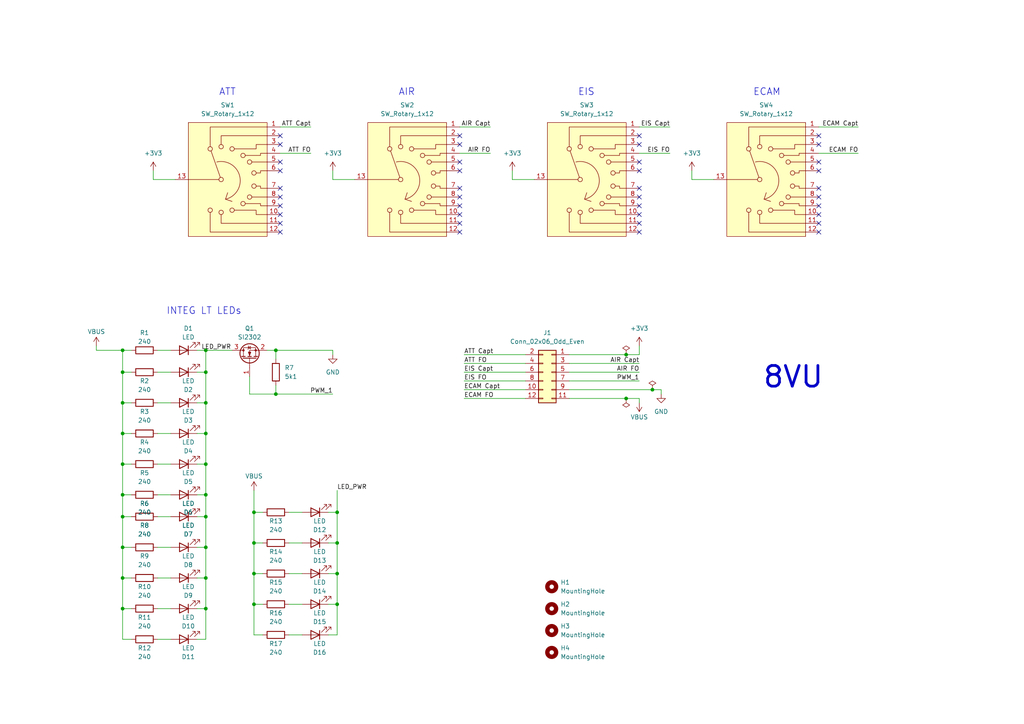
<source format=kicad_sch>
(kicad_sch (version 20230121) (generator eeschema)
  (paper "A4")
  (lib_symbols
    (symbol "Connector_Generic:Conn_02x06_Odd_Even" (pin_names (offset 1.016) hide)
      (property "Reference" "J" (at 1.27 7.62 0))
      (property "Value" "Conn_02x06_Odd_Even" (at 1.27 -10.16 0))
      (symbol "Conn_02x06_Odd_Even_1_1"
        (rectangle (start -1.27 -7.493) (end 0 -7.747) (stroke (width 0.1524)))
        (rectangle (start -1.27 -4.953) (end 0 -5.207) (stroke (width 0.1524)))
        (rectangle (start -1.27 -2.413) (end 0 -2.667) (stroke (width 0.1524)))
        (rectangle (start -1.27 0.127) (end 0 -0.127) (stroke (width 0.1524)))
        (rectangle (start -1.27 2.667) (end 0 2.413) (stroke (width 0.1524)))
        (rectangle (start -1.27 5.207) (end 0 4.953) (stroke (width 0.1524)))
        (rectangle (start -1.27 6.35) (end 3.81 -8.89) (stroke (width 0.254)) (fill (type background)))
        (rectangle (start 3.81 -7.493) (end 2.54 -7.747) (stroke (width 0.1524)))
        (rectangle (start 3.81 -4.953) (end 2.54 -5.207) (stroke (width 0.1524)))
        (rectangle (start 3.81 -2.413) (end 2.54 -2.667) (stroke (width 0.1524)))
        (rectangle (start 3.81 0.127) (end 2.54 -0.127) (stroke (width 0.1524)))
        (rectangle (start 3.81 2.667) (end 2.54 2.413) (stroke (width 0.1524)))
        (rectangle (start 3.81 5.207) (end 2.54 4.953) (stroke (width 0.1524)))
        (pin passive line (at -5.08 5.08 0) (length 3.81) (name "Pin_1") (number "1"))
        (pin passive line (at 7.62 -5.08 180) (length 3.81) (name "Pin_10") (number "10"))
        (pin passive line (at -5.08 -7.62 0) (length 3.81) (name "Pin_11") (number "11"))
        (pin passive line (at 7.62 -7.62 180) (length 3.81) (name "Pin_12") (number "12"))
        (pin passive line (at 7.62 5.08 180) (length 3.81) (name "Pin_2") (number "2"))
        (pin passive line (at -5.08 2.54 0) (length 3.81) (name "Pin_3") (number "3"))
        (pin passive line (at 7.62 2.54 180) (length 3.81) (name "Pin_4") (number "4"))
        (pin passive line (at -5.08 0 0) (length 3.81) (name "Pin_5") (number "5"))
        (pin passive line (at 7.62 0 180) (length 3.81) (name "Pin_6") (number "6"))
        (pin passive line (at -5.08 -2.54 0) (length 3.81) (name "Pin_7") (number "7"))
        (pin passive line (at 7.62 -2.54 180) (length 3.81) (name "Pin_8") (number "8"))
        (pin passive line (at -5.08 -5.08 0) (length 3.81) (name "Pin_9") (number "9"))
      )
    )
    (symbol "Device:LED" (pin_numbers hide) (pin_names (offset 1.016) hide)
      (property "Reference" "D" (at 0 2.54 0))
      (property "Value" "LED" (at 0 -2.54 0))
      (symbol "LED_0_1"
        (polyline (pts (xy -1.27 -1.27) (xy -1.27 1.27)) (stroke (width 0.254)))
        (polyline (pts (xy -1.27 0) (xy 1.27 0)))
        (polyline (pts (xy 1.27 -1.27) (xy 1.27 1.27) (xy -1.27 0) (xy 1.27 -1.27)) (stroke (width 0.254)))
        (polyline (pts (xy -3.048 -0.762) (xy -4.572 -2.286) (xy -3.81 -2.286) (xy -4.572 -2.286) (xy -4.572 -1.524)))
        (polyline (pts (xy -1.778 -0.762) (xy -3.302 -2.286) (xy -2.54 -2.286) (xy -3.302 -2.286) (xy -3.302 -1.524)))
      )
      (symbol "LED_1_1"
        (pin passive line (at -3.81 0 0) (length 2.54) (name "K") (number "1"))
        (pin passive line (at 3.81 0 180) (length 2.54) (name "A") (number "2"))
      )
    )
    (symbol "Device:R" (pin_numbers hide) (pin_names (offset 0))
      (property "Reference" "R" (at 2.032 0 90))
      (property "Value" "R" (at 0 0 90))
      (symbol "R_0_1"
        (rectangle (start -1.016 -2.54) (end 1.016 2.54) (stroke (width 0.254)))
      )
      (symbol "R_1_1"
        (pin passive line (at 0 3.81 270) (length 1.27) (name "~") (number "1"))
        (pin passive line (at 0 -3.81 90) (length 1.27) (name "~") (number "2"))
      )
    )
    (symbol "Mechanical:MountingHole" (pin_names (offset 1.016))
      (property "Reference" "H" (at 0 5.08 0))
      (property "Value" "MountingHole" (at 0 3.175 0))
      (symbol "MountingHole_0_1"
        (circle (center 0 0) (radius 1.27) (stroke (width 1.27)))
      )
    )
    (symbol "Switch:SW_Rotary_1x12" (pin_names (offset 1.016) hide)
      (property "Reference" "SW" (at 0 17.78 0))
      (property "Value" "SW_Rotary_1x12" (at 0 -17.78 0))
      (symbol "SW_Rotary_1x12_0_0"
        (circle (center -5.08 -8.89) (radius 0.635))
        (circle (center -5.08 8.89) (radius 0.635))
        (circle (center -1.905 -9.525) (radius 0.635))
        (circle (center -1.905 0) (radius 0.635))
        (circle (center -1.905 9.525) (radius 0.635))
        (arc (start -0.635 -5.715) (mid 3.4777 0.949) (end -3.175 5.08))
        (polyline (pts (xy -2.1336 0.6096) (xy -4.826 8.2804)))
        (polyline (pts (xy -0.635 -5.715) (xy 0 -3.81)))
        (polyline (pts (xy -0.635 -5.715) (xy 1.27 -6.35)))
        (polyline (pts (xy 6.985 -5.08) (xy 11.43 -5.08)))
        (polyline (pts (xy 6.985 5.08) (xy 11.43 5.08)))
        (polyline (pts (xy -5.08 -9.525) (xy -5.08 -15.24) (xy 11.43 -15.24)))
        (polyline (pts (xy -5.08 9.525) (xy -5.08 15.24) (xy 11.43 15.24)))
        (polyline (pts (xy -1.905 -10.16) (xy -1.905 -12.7) (xy 11.43 -12.7)))
        (polyline (pts (xy -1.905 10.16) (xy -1.905 12.7) (xy 11.43 12.7)))
        (polyline (pts (xy 1.905 -8.89) (xy 8.255 -8.89) (xy 8.255 -10.16) (xy 11.43 -10.16)))
        (polyline (pts (xy 1.905 8.89) (xy 8.255 8.89) (xy 8.255 10.16) (xy 11.43 10.16)))
        (polyline (pts (xy 5.08 -6.985) (xy 9.525 -6.985) (xy 9.525 -7.62) (xy 11.43 -7.62)))
        (polyline (pts (xy 5.08 6.985) (xy 9.525 6.985) (xy 9.525 7.62) (xy 11.43 7.62)))
        (polyline (pts (xy 8.255 -1.905) (xy 9.525 -1.905) (xy 9.525 -2.54) (xy 11.43 -2.54)))
        (polyline (pts (xy 8.255 1.905) (xy 9.525 1.905) (xy 9.525 2.54) (xy 11.43 2.54)))
        (circle (center 1.27 -8.89) (radius 0.635))
        (circle (center 1.27 8.89) (radius 0.635))
        (circle (center 4.445 -6.985) (radius 0.635))
        (circle (center 4.445 6.985) (radius 0.635))
        (circle (center 6.35 -5.08) (radius 0.635))
        (circle (center 6.35 5.08) (radius 0.635))
        (circle (center 7.62 -1.905) (radius 0.635))
        (circle (center 7.62 1.905) (radius 0.635))
      )
      (symbol "SW_Rotary_1x12_1_1"
        (rectangle (start -11.43 16.51) (end 11.43 -16.51) (fill (type background)))
        (polyline (pts (xy -11.43 0) (xy -2.54 0)))
        (pin passive line (at 15.24 15.24 180) (length 3.81) (name "1") (number "1"))
        (pin passive line (at 15.24 -10.16 180) (length 3.81) (name "10") (number "10"))
        (pin passive line (at 15.24 -12.7 180) (length 3.81) (name "11") (number "11"))
        (pin passive line (at 15.24 -15.24 180) (length 3.81) (name "12") (number "12"))
        (pin passive line (at -15.24 0 0) (length 3.81) (name "13") (number "13"))
        (pin passive line (at 15.24 12.7 180) (length 3.81) (name "2") (number "2"))
        (pin passive line (at 15.24 10.16 180) (length 3.81) (name "3") (number "3"))
        (pin passive line (at 15.24 7.62 180) (length 3.81) (name "4") (number "4"))
        (pin passive line (at 15.24 5.08 180) (length 3.81) (name "5") (number "5"))
        (pin passive line (at 15.24 2.54 180) (length 3.81) (name "6") (number "6"))
        (pin passive line (at 15.24 -2.54 180) (length 3.81) (name "7") (number "7"))
        (pin passive line (at 15.24 -5.08 180) (length 3.81) (name "8") (number "8"))
        (pin passive line (at 15.24 -7.62 180) (length 3.81) (name "9") (number "9"))
      )
    )
    (symbol "Transistor_FET:2N7002K" (pin_names hide)
      (property "Reference" "Q" (at 5.08 1.905 0))
      (property "Value" "2N7002K" (at 5.08 0 0))
      (symbol "2N7002K_0_1"
        (polyline (pts (xy 0.254 0) (xy -2.54 0)))
        (polyline (pts (xy 0.254 1.905) (xy 0.254 -1.905)) (stroke (width 0.254)))
        (polyline (pts (xy 0.762 -1.27) (xy 0.762 -2.286)) (stroke (width 0.254)))
        (polyline (pts (xy 0.762 0.508) (xy 0.762 -0.508)) (stroke (width 0.254)))
        (polyline (pts (xy 0.762 2.286) (xy 0.762 1.27)) (stroke (width 0.254)))
        (polyline (pts (xy 2.54 2.54) (xy 2.54 1.778)))
        (polyline (pts (xy 2.54 -2.54) (xy 2.54 0) (xy 0.762 0)))
        (polyline (pts (xy 0.762 -1.778) (xy 3.302 -1.778) (xy 3.302 1.778) (xy 0.762 1.778)))
        (polyline (pts (xy 1.016 0) (xy 2.032 0.381) (xy 2.032 -0.381) (xy 1.016 0)) (fill (type outline)))
        (polyline (pts (xy 2.794 0.508) (xy 2.921 0.381) (xy 3.683 0.381) (xy 3.81 0.254)))
        (polyline (pts (xy 3.302 0.381) (xy 2.921 -0.254) (xy 3.683 -0.254) (xy 3.302 0.381)))
        (circle (center 1.651 0) (radius 2.794) (stroke (width 0.254)))
        (circle (center 2.54 -1.778) (radius 0.254) (fill (type outline)))
        (circle (center 2.54 1.778) (radius 0.254) (fill (type outline)))
      )
      (symbol "2N7002K_1_1"
        (pin input line (at -5.08 0 0) (length 2.54) (name "G") (number "1"))
        (pin passive line (at 2.54 -5.08 90) (length 2.54) (name "S") (number "2"))
        (pin passive line (at 2.54 5.08 270) (length 2.54) (name "D") (number "3"))
      )
    )
    (symbol "power:+3V3" (power) (pin_names (offset 0))
      (property "Value" "+3V3" (at 0 3.556 0))
      (symbol "+3V3_0_1"
        (polyline (pts (xy -0.762 1.27) (xy 0 2.54)))
        (polyline (pts (xy 0 0) (xy 0 2.54)))
        (polyline (pts (xy 0 2.54) (xy 0.762 1.27)))
      )
      (symbol "+3V3_1_1"
        (pin power_in line (at 0 0 90) (length 0) hide (name "+3V3") (number "1"))
      )
    )
    (symbol "power:GND" (power) (pin_names (offset 0))
      (property "Value" "GND" (at 0 -3.81 0))
      (symbol "GND_0_1"
        (polyline (pts (xy 0 0) (xy 0 -1.27) (xy 1.27 -1.27) (xy 0 -2.54) (xy -1.27 -1.27) (xy 0 -1.27)))
      )
      (symbol "GND_1_1"
        (pin power_in line (at 0 0 270) (length 0) hide (name "GND") (number "1"))
      )
    )
    (symbol "power:PWR_FLAG" (power) (pin_numbers hide) (pin_names (offset 0) hide)
      (property "Value" "PWR_FLAG" (at 0 3.81 0))
      (symbol "PWR_FLAG_0_0"
        (pin power_out line (at 0 0 90) (length 0) (name "pwr") (number "1"))
      )
      (symbol "PWR_FLAG_0_1"
        (polyline (pts (xy 0 0) (xy 0 1.27) (xy -1.016 1.905) (xy 0 2.54) (xy 1.016 1.905) (xy 0 1.27)))
      )
    )
    (symbol "power:VBUS" (power) (pin_names (offset 0))
      (property "Value" "VBUS" (at 0 3.81 0))
      (symbol "VBUS_0_1"
        (polyline (pts (xy -0.762 1.27) (xy 0 2.54)))
        (polyline (pts (xy 0 0) (xy 0 2.54)))
        (polyline (pts (xy 0 2.54) (xy 0.762 1.27)))
      )
      (symbol "VBUS_1_1"
        (pin power_in line (at 0 0 90) (length 0) hide (name "VBUS") (number "1"))
      )
    )
  )
  (junction (at 59.69 125.73))
  (junction (at 59.69 101.6))
  (junction (at 97.79 166.37))
  (junction (at 97.79 157.48))
  (junction (at 35.56 149.86))
  (junction (at 97.79 175.26))
  (junction (at 59.69 176.53))
  (junction (at 35.56 107.95))
  (junction (at 59.69 107.95))
  (junction (at 73.66 166.37))
  (junction (at 35.56 125.73))
  (junction (at 59.69 116.84))
  (junction (at 59.69 158.75))
  (junction (at 80.01 101.6))
  (junction (at 59.69 149.86))
  (junction (at 59.69 134.62))
  (junction (at 97.79 148.59))
  (junction (at 35.56 101.6))
  (junction (at 73.66 148.59))
  (junction (at 73.66 157.48))
  (junction (at 35.56 116.84))
  (junction (at 73.66 175.26))
  (junction (at 59.69 167.64))
  (junction (at 189.23 113.03))
  (junction (at 181.61 102.87))
  (junction (at 35.56 143.51))
  (junction (at 35.56 158.75))
  (junction (at 80.01 114.3))
  (junction (at 59.69 143.51))
  (junction (at 181.61 115.57))
  (junction (at 35.56 176.53))
  (junction (at 35.56 134.62))
  (junction (at 35.56 167.64))
  (no_connect (at 185.42 62.23))
  (no_connect (at 185.42 57.15))
  (no_connect (at 133.35 41.91))
  (no_connect (at 81.28 67.31))
  (no_connect (at 237.49 62.23))
  (no_connect (at 237.49 49.53))
  (no_connect (at 81.28 57.15))
  (no_connect (at 237.49 64.77))
  (no_connect (at 185.42 46.99))
  (no_connect (at 133.35 67.31))
  (no_connect (at 237.49 46.99))
  (no_connect (at 185.42 59.69))
  (no_connect (at 81.28 46.99))
  (no_connect (at 237.49 57.15))
  (no_connect (at 81.28 59.69))
  (no_connect (at 133.35 46.99))
  (no_connect (at 133.35 57.15))
  (no_connect (at 133.35 59.69))
  (no_connect (at 185.42 67.31))
  (no_connect (at 237.49 59.69))
  (no_connect (at 237.49 39.37))
  (no_connect (at 81.28 49.53))
  (no_connect (at 185.42 54.61))
  (no_connect (at 185.42 64.77))
  (no_connect (at 81.28 64.77))
  (no_connect (at 133.35 54.61))
  (no_connect (at 81.28 62.23))
  (no_connect (at 81.28 54.61))
  (no_connect (at 81.28 39.37))
  (no_connect (at 237.49 67.31))
  (no_connect (at 133.35 62.23))
  (no_connect (at 81.28 41.91))
  (no_connect (at 237.49 41.91))
  (no_connect (at 133.35 64.77))
  (no_connect (at 133.35 49.53))
  (no_connect (at 185.42 41.91))
  (no_connect (at 185.42 49.53))
  (no_connect (at 237.49 54.61))
  (no_connect (at 133.35 39.37))
  (no_connect (at 185.42 39.37))
  (wire (pts (xy 165.1 115.57) (xy 181.61 115.57)))
  (wire (pts (xy 185.42 116.84) (xy 185.42 115.57)))
  (wire (pts (xy 95.25 148.59) (xy 97.79 148.59)))
  (wire (pts (xy 97.79 148.59) (xy 97.79 157.48)))
  (wire (pts (xy 97.79 157.48) (xy 97.79 166.37)))
  (wire (pts (xy 165.1 113.03) (xy 189.23 113.03)))
  (wire (pts (xy 35.56 116.84) (xy 38.1 116.84)))
  (wire (pts (xy 181.61 115.57) (xy 185.42 115.57)))
  (wire (pts (xy 38.1 149.86) (xy 35.56 149.86)))
  (wire (pts (xy 57.15 176.53) (xy 59.69 176.53)))
  (wire (pts (xy 165.1 107.95) (xy 185.42 107.95)))
  (wire (pts (xy 44.45 49.53) (xy 44.45 52.07)))
  (wire (pts (xy 35.56 134.62) (xy 38.1 134.62)))
  (wire (pts (xy 45.72 116.84) (xy 49.53 116.84)))
  (wire (pts (xy 165.1 102.87) (xy 181.61 102.87)))
  (wire (pts (xy 134.62 113.03) (xy 152.4 113.03)))
  (wire (pts (xy 73.66 157.48) (xy 76.2 157.48)))
  (wire (pts (xy 35.56 101.6) (xy 38.1 101.6)))
  (wire (pts (xy 57.15 143.51) (xy 59.69 143.51)))
  (wire (pts (xy 72.39 114.3) (xy 80.01 114.3)))
  (wire (pts (xy 165.1 110.49) (xy 185.42 110.49)))
  (wire (pts (xy 59.69 134.62) (xy 59.69 143.51)))
  (wire (pts (xy 191.77 113.03) (xy 191.77 114.3)))
  (wire (pts (xy 80.01 101.6) (xy 80.01 104.14)))
  (wire (pts (xy 97.79 166.37) (xy 97.79 175.26)))
  (wire (pts (xy 59.69 158.75) (xy 59.69 167.64)))
  (wire (pts (xy 134.62 105.41) (xy 152.4 105.41)))
  (wire (pts (xy 83.82 184.15) (xy 87.63 184.15)))
  (wire (pts (xy 237.49 44.45) (xy 248.92 44.45)))
  (wire (pts (xy 237.49 36.83) (xy 248.92 36.83)))
  (wire (pts (xy 38.1 107.95) (xy 35.56 107.95)))
  (wire (pts (xy 44.45 52.07) (xy 50.8 52.07)))
  (wire (pts (xy 59.69 125.73) (xy 59.69 134.62)))
  (wire (pts (xy 81.28 36.83) (xy 90.17 36.83)))
  (wire (pts (xy 35.56 176.53) (xy 38.1 176.53)))
  (wire (pts (xy 73.66 148.59) (xy 73.66 157.48)))
  (wire (pts (xy 73.66 148.59) (xy 73.66 142.24)))
  (wire (pts (xy 73.66 157.48) (xy 73.66 166.37)))
  (wire (pts (xy 35.56 125.73) (xy 35.56 134.62)))
  (wire (pts (xy 35.56 167.64) (xy 38.1 167.64)))
  (wire (pts (xy 45.72 134.62) (xy 49.53 134.62)))
  (wire (pts (xy 134.62 107.95) (xy 152.4 107.95)))
  (wire (pts (xy 97.79 142.24) (xy 97.79 148.59)))
  (wire (pts (xy 96.52 49.53) (xy 96.52 52.07)))
  (wire (pts (xy 45.72 143.51) (xy 49.53 143.51)))
  (wire (pts (xy 35.56 107.95) (xy 35.56 116.84)))
  (wire (pts (xy 76.2 148.59) (xy 73.66 148.59)))
  (wire (pts (xy 57.15 167.64) (xy 59.69 167.64)))
  (wire (pts (xy 134.62 115.57) (xy 152.4 115.57)))
  (wire (pts (xy 59.69 116.84) (xy 59.69 125.73)))
  (wire (pts (xy 38.1 185.42) (xy 35.56 185.42)))
  (wire (pts (xy 81.28 44.45) (xy 90.17 44.45)))
  (wire (pts (xy 185.42 36.83) (xy 194.31 36.83)))
  (wire (pts (xy 181.61 102.87) (xy 185.42 102.87)))
  (wire (pts (xy 57.15 101.6) (xy 59.69 101.6)))
  (wire (pts (xy 97.79 175.26) (xy 97.79 184.15)))
  (wire (pts (xy 45.72 107.95) (xy 49.53 107.95)))
  (wire (pts (xy 57.15 125.73) (xy 59.69 125.73)))
  (wire (pts (xy 38.1 143.51) (xy 35.56 143.51)))
  (wire (pts (xy 35.56 176.53) (xy 35.56 185.42)))
  (wire (pts (xy 35.56 149.86) (xy 35.56 143.51)))
  (wire (pts (xy 77.47 101.6) (xy 80.01 101.6)))
  (wire (pts (xy 35.56 116.84) (xy 35.56 125.73)))
  (wire (pts (xy 27.94 101.6) (xy 27.94 100.33)))
  (wire (pts (xy 59.69 167.64) (xy 59.69 176.53)))
  (wire (pts (xy 35.56 107.95) (xy 35.56 101.6)))
  (wire (pts (xy 73.66 175.26) (xy 76.2 175.26)))
  (wire (pts (xy 95.25 184.15) (xy 97.79 184.15)))
  (wire (pts (xy 57.15 149.86) (xy 59.69 149.86)))
  (wire (pts (xy 45.72 167.64) (xy 49.53 167.64)))
  (wire (pts (xy 83.82 148.59) (xy 87.63 148.59)))
  (wire (pts (xy 83.82 175.26) (xy 87.63 175.26)))
  (wire (pts (xy 35.56 158.75) (xy 38.1 158.75)))
  (wire (pts (xy 95.25 166.37) (xy 97.79 166.37)))
  (wire (pts (xy 57.15 134.62) (xy 59.69 134.62)))
  (wire (pts (xy 35.56 125.73) (xy 38.1 125.73)))
  (wire (pts (xy 59.69 101.6) (xy 59.69 107.95)))
  (wire (pts (xy 95.25 157.48) (xy 97.79 157.48)))
  (wire (pts (xy 83.82 157.48) (xy 87.63 157.48)))
  (wire (pts (xy 45.72 185.42) (xy 49.53 185.42)))
  (wire (pts (xy 45.72 125.73) (xy 49.53 125.73)))
  (wire (pts (xy 133.35 44.45) (xy 142.24 44.45)))
  (wire (pts (xy 57.15 185.42) (xy 59.69 185.42)))
  (wire (pts (xy 35.56 167.64) (xy 35.56 176.53)))
  (wire (pts (xy 185.42 100.33) (xy 185.42 102.87)))
  (wire (pts (xy 45.72 101.6) (xy 49.53 101.6)))
  (wire (pts (xy 96.52 102.87) (xy 96.52 101.6)))
  (wire (pts (xy 148.59 49.53) (xy 148.59 52.07)))
  (wire (pts (xy 45.72 158.75) (xy 49.53 158.75)))
  (wire (pts (xy 148.59 52.07) (xy 154.94 52.07)))
  (wire (pts (xy 59.69 107.95) (xy 59.69 116.84)))
  (wire (pts (xy 76.2 184.15) (xy 73.66 184.15)))
  (wire (pts (xy 59.69 149.86) (xy 59.69 158.75)))
  (wire (pts (xy 45.72 176.53) (xy 49.53 176.53)))
  (wire (pts (xy 96.52 101.6) (xy 80.01 101.6)))
  (wire (pts (xy 95.25 175.26) (xy 97.79 175.26)))
  (wire (pts (xy 200.66 52.07) (xy 207.01 52.07)))
  (wire (pts (xy 134.62 110.49) (xy 152.4 110.49)))
  (wire (pts (xy 57.15 158.75) (xy 59.69 158.75)))
  (wire (pts (xy 35.56 149.86) (xy 35.56 158.75)))
  (wire (pts (xy 59.69 176.53) (xy 59.69 185.42)))
  (wire (pts (xy 27.94 101.6) (xy 35.56 101.6)))
  (wire (pts (xy 35.56 134.62) (xy 35.56 143.51)))
  (wire (pts (xy 133.35 36.83) (xy 142.24 36.83)))
  (wire (pts (xy 83.82 166.37) (xy 87.63 166.37)))
  (wire (pts (xy 57.15 107.95) (xy 59.69 107.95)))
  (wire (pts (xy 73.66 166.37) (xy 73.66 175.26)))
  (wire (pts (xy 35.56 158.75) (xy 35.56 167.64)))
  (wire (pts (xy 57.15 116.84) (xy 59.69 116.84)))
  (wire (pts (xy 96.52 52.07) (xy 102.87 52.07)))
  (wire (pts (xy 59.69 143.51) (xy 59.69 149.86)))
  (wire (pts (xy 59.69 101.6) (xy 67.31 101.6)))
  (wire (pts (xy 185.42 44.45) (xy 194.31 44.45)))
  (wire (pts (xy 45.72 149.86) (xy 49.53 149.86)))
  (wire (pts (xy 134.62 102.87) (xy 152.4 102.87)))
  (wire (pts (xy 72.39 109.22) (xy 72.39 114.3)))
  (wire (pts (xy 80.01 111.76) (xy 80.01 114.3)))
  (wire (pts (xy 200.66 49.53) (xy 200.66 52.07)))
  (wire (pts (xy 73.66 166.37) (xy 76.2 166.37)))
  (wire (pts (xy 165.1 105.41) (xy 185.42 105.41)))
  (wire (pts (xy 80.01 114.3) (xy 96.52 114.3)))
  (wire (pts (xy 73.66 175.26) (xy 73.66 184.15)))
  (wire (pts (xy 189.23 113.03) (xy 191.77 113.03)))
  (text "AIR" (at 115.57 27.94 0) (effects (font (size 2 2)) (justify left bottom)))
  (text "8VU" (at 220.98 113.03 0) (effects (font (size 6 6) (thickness 0.8) bold) (justify left bottom)))
  (text "EIS" (at 167.64 27.94 0) (effects (font (size 2 2)) (justify left bottom)))
  (text "INTEG LT LEDs" (at 48.26 91.44 0) (effects (font (size 2 2)) (justify left bottom)))
  (text "ECAM" (at 218.44 27.94 0) (effects (font (size 2 2)) (justify left bottom)))
  (text "ATT" (at 63.5 27.94 0) (effects (font (size 2 2)) (justify left bottom)))
  (label "EIS FO" (at 134.62 110.49 0))
  (label "AIR FO" (at 142.24 44.45 180))
  (label "ATT Capt" (at 90.17 36.83 180))
  (label "PWM_1" (at 96.52 114.3 180))
  (label "LED_PWR" (at 58.42 101.6 0))
  (label "ECAM Capt" (at 134.62 113.03 0))
  (label "LED_PWR" (at 97.79 142.24 0))
  (label "PWM_1" (at 185.42 110.49 180))
  (label "AIR Capt" (at 185.42 105.41 180))
  (label "ECAM Capt" (at 248.92 36.83 180))
  (label "EIS Capt" (at 194.31 36.83 180))
  (label "ATT FO" (at 134.62 105.41 0))
  (label "ECAM FO" (at 134.62 115.57 0))
  (label "AIR FO" (at 185.42 107.95 180))
  (label "EIS Capt" (at 134.62 107.95 0))
  (label "ECAM FO" (at 248.92 44.45 180))
  (label "AIR Capt" (at 142.24 36.83 180))
  (label "ATT FO" (at 90.17 44.45 180))
  (label "ATT Capt" (at 134.62 102.87 0))
  (label "EIS FO" (at 194.31 44.45 180))
  (symbol (lib_id "power:PWR_FLAG") (at 181.61 115.57 180) (unit 1)
    (property "Reference" "#FLG02" (effects hide))
    (property "Value" "PWR_FLAG" (effects hide))
  )
  (symbol (lib_id "power:VBUS") (at 185.42 116.84 180) (unit 1)
    (property "Reference" "#PWR012" (effects hide))
    (property "Value" "VBUS" (at 185.42 120.9731 0))
  )
  (symbol (lib_id "Device:R") (at 80.01 166.37 90) (unit 1)
    (property "Reference" "R15" (at 80.01 168.91 90))
    (property "Value" "240" (at 80.01 171.45 90))
    (property "Footprint" "Resistor_SMD:R_0805_2012Metric" (effects hide))
    (property "Datasheet" "https://www.lcsc.com/datasheet/lcsc_datasheet_2206010200_UNI-ROYAL-Uniroyal-Elec-0805W8F2400T5E_C17572.pdf" (effects hide))
    (property "Manufracturer" "UNI-ROYAL(Uniroyal Elec)" (effects hide))
    (property "Manufracturer Part Number" "0805W8F2400T5E" (effects hide))
    (property "JLCPCB Part" "C17572" (effects hide))
  )
  (symbol (lib_id "Mechanical:MountingHole") (at 160.02 182.88 0) (unit 1) (in_bom no)
    (property "Reference" "H3" (at 162.56 181.61 0) (effects (justify left)))
    (property "Value" "MountingHole" (at 162.56 184.15 0) (effects (justify left)))
    (property "Footprint" "MountingHole:MountingHole_2.2mm_M2" (effects hide))
  )
  (symbol (lib_id "Device:R") (at 80.01 107.95 180) (unit 1)
    (property "Reference" "R7" (at 82.55 106.68 0) (effects (justify right)))
    (property "Value" "5k1" (at 82.55 109.22 0) (effects (justify right)))
    (property "Footprint" "Resistor_SMD:R_0603_1608Metric" (effects hide))
    (property "Datasheet" "https://www.lcsc.com/datasheet/lcsc_datasheet_2206010116_UNI-ROYAL-Uniroyal-Elec-0603WAF5101T5E_C23186.pdf" (effects hide))
    (property "JLCPCB Part" "C23186" (effects hide))
    (property "Manufracturer" "UNI-ROYAL(Uniroyal Elec)" (effects hide))
    (property "Manufracturer Part Number" "0603WAF5101T5E" (effects hide))
  )
  (symbol (lib_id "Device:R") (at 80.01 157.48 90) (unit 1)
    (property "Reference" "R14" (at 80.01 160.02 90))
    (property "Value" "240" (at 80.01 162.56 90))
    (property "Footprint" "Resistor_SMD:R_0805_2012Metric" (effects hide))
    (property "Datasheet" "https://www.lcsc.com/datasheet/lcsc_datasheet_2206010200_UNI-ROYAL-Uniroyal-Elec-0805W8F2400T5E_C17572.pdf" (effects hide))
    (property "Manufracturer" "UNI-ROYAL(Uniroyal Elec)" (effects hide))
    (property "Manufracturer Part Number" "0805W8F2400T5E" (effects hide))
    (property "JLCPCB Part" "C17572" (effects hide))
  )
  (symbol (lib_id "Device:R") (at 41.91 176.53 90) (unit 1)
    (property "Reference" "R11" (at 41.91 179.07 90))
    (property "Value" "240" (at 41.91 181.61 90))
    (property "Footprint" "Resistor_SMD:R_0805_2012Metric" (effects hide))
    (property "Datasheet" "https://www.lcsc.com/datasheet/lcsc_datasheet_2206010200_UNI-ROYAL-Uniroyal-Elec-0805W8F2400T5E_C17572.pdf" (effects hide))
    (property "Manufracturer" "UNI-ROYAL(Uniroyal Elec)" (effects hide))
    (property "Manufracturer Part Number" "0805W8F2400T5E" (effects hide))
    (property "JLCPCB Part" "C17572" (effects hide))
  )
  (symbol (lib_id "Switch:SW_Rotary_1x12") (at 222.25 52.07 0) (unit 1)
    (property "Reference" "SW4" (at 222.25 30.48 0))
    (property "Value" "SW_Rotary_1x12" (at 222.25 33.02 0))
    (property "Footprint" "NiasStuff:C&K_Rotary_Switches" (effects hide))
    (property "Datasheet" "https://www.mouser.de/datasheet/2/240/arotary-3050724.pdf" (effects hide))
    (property "JLCPCB Part" "N/A" (effects hide))
    (property "Manufracturer" "C&K" (effects hide))
    (property "Manufracturer Part Number" "A12505RNZQ " (effects hide))
  )
  (symbol (lib_id "Device:LED") (at 53.34 134.62 180) (unit 1)
    (property "Reference" "D5" (at 54.61 139.7 0))
    (property "Value" "LED" (at 54.61 137.16 0))
    (property "Footprint" "LED_SMD:LED_0805_2012Metric" (effects hide))
    (property "Datasheet" "https://www.lcsc.com/datasheet/lcsc_datasheet_2402181504_XINGLIGHT-XL-2012WWC-DS_C3646928.pdf" (effects hide))
    (property "Manufracturer" "XINGLIGHT" (effects hide))
    (property "Manufracturer Part Number" "XL-2012WWC-DS" (effects hide))
    (property "JLCPCB Part" "C3646928" (effects hide))
  )
  (symbol (lib_id "power:PWR_FLAG") (at 189.23 113.03 0) (unit 1)
    (property "Reference" "#FLG03" (effects hide))
    (property "Value" "PWR_FLAG" (effects hide))
  )
  (symbol (lib_id "Device:R") (at 41.91 149.86 90) (unit 1)
    (property "Reference" "R8" (at 41.91 152.4 90))
    (property "Value" "240" (at 41.91 154.94 90))
    (property "Footprint" "Resistor_SMD:R_0805_2012Metric" (effects hide))
    (property "Datasheet" "https://www.lcsc.com/datasheet/lcsc_datasheet_2206010200_UNI-ROYAL-Uniroyal-Elec-0805W8F2400T5E_C17572.pdf" (effects hide))
    (property "Manufracturer" "UNI-ROYAL(Uniroyal Elec)" (effects hide))
    (property "Manufracturer Part Number" "0805W8F2400T5E" (effects hide))
    (property "JLCPCB Part" "C17572" (effects hide))
  )
  (symbol (lib_id "Device:R") (at 41.91 185.42 90) (unit 1)
    (property "Reference" "R12" (at 41.91 187.96 90))
    (property "Value" "240" (at 41.91 190.5 90))
    (property "Footprint" "Resistor_SMD:R_0805_2012Metric" (effects hide))
    (property "Datasheet" "https://www.lcsc.com/datasheet/lcsc_datasheet_2206010200_UNI-ROYAL-Uniroyal-Elec-0805W8F2400T5E_C17572.pdf" (effects hide))
    (property "Manufracturer" "UNI-ROYAL(Uniroyal Elec)" (effects hide))
    (property "Manufracturer Part Number" "0805W8F2400T5E" (effects hide))
    (property "JLCPCB Part" "C17572" (effects hide))
  )
  (symbol (lib_id "Device:R") (at 41.91 134.62 90) (unit 1)
    (property "Reference" "R5" (at 41.91 137.16 90))
    (property "Value" "240" (at 41.91 139.7 90))
    (property "Footprint" "Resistor_SMD:R_0805_2012Metric" (effects hide))
    (property "Datasheet" "https://www.lcsc.com/datasheet/lcsc_datasheet_2206010200_UNI-ROYAL-Uniroyal-Elec-0805W8F2400T5E_C17572.pdf" (effects hide))
    (property "Manufracturer" "UNI-ROYAL(Uniroyal Elec)" (effects hide))
    (property "Manufracturer Part Number" "0805W8F2400T5E" (effects hide))
    (property "JLCPCB Part" "C17572" (effects hide))
  )
  (symbol (lib_id "Device:R") (at 41.91 143.51 90) (unit 1)
    (property "Reference" "R6" (at 41.91 146.05 90))
    (property "Value" "240" (at 41.91 148.59 90))
    (property "Footprint" "Resistor_SMD:R_0805_2012Metric" (effects hide))
    (property "Datasheet" "https://www.lcsc.com/datasheet/lcsc_datasheet_2206010200_UNI-ROYAL-Uniroyal-Elec-0805W8F2400T5E_C17572.pdf" (effects hide))
    (property "Manufracturer" "UNI-ROYAL(Uniroyal Elec)" (effects hide))
    (property "Manufracturer Part Number" "0805W8F2400T5E" (effects hide))
    (property "JLCPCB Part" "C17572" (effects hide))
  )
  (symbol (lib_id "Device:R") (at 80.01 184.15 90) (unit 1)
    (property "Reference" "R17" (at 80.01 186.69 90))
    (property "Value" "240" (at 80.01 189.23 90))
    (property "Footprint" "Resistor_SMD:R_0805_2012Metric" (effects hide))
    (property "Datasheet" "https://www.lcsc.com/datasheet/lcsc_datasheet_2206010200_UNI-ROYAL-Uniroyal-Elec-0805W8F2400T5E_C17572.pdf" (effects hide))
    (property "Manufracturer" "UNI-ROYAL(Uniroyal Elec)" (effects hide))
    (property "Manufracturer Part Number" "0805W8F2400T5E" (effects hide))
    (property "JLCPCB Part" "C17572" (effects hide))
  )
  (symbol (lib_id "Device:LED") (at 53.34 116.84 180) (unit 1)
    (property "Reference" "D3" (at 54.61 121.92 0))
    (property "Value" "LED" (at 54.61 119.38 0))
    (property "Footprint" "LED_SMD:LED_0805_2012Metric" (effects hide))
    (property "Datasheet" "https://www.lcsc.com/datasheet/lcsc_datasheet_2402181504_XINGLIGHT-XL-2012WWC-DS_C3646928.pdf" (effects hide))
    (property "Manufracturer" "XINGLIGHT" (effects hide))
    (property "Manufracturer Part Number" "XL-2012WWC-DS" (effects hide))
    (property "JLCPCB Part" "C3646928" (effects hide))
  )
  (symbol (lib_id "Switch:SW_Rotary_1x12") (at 170.18 52.07 0) (unit 1)
    (property "Reference" "SW3" (at 170.18 30.48 0))
    (property "Value" "SW_Rotary_1x12" (at 170.18 33.02 0))
    (property "Footprint" "NiasStuff:C&K_Rotary_Switches" (effects hide))
    (property "Datasheet" "https://www.mouser.de/datasheet/2/240/arotary-3050724.pdf" (effects hide))
    (property "JLCPCB Part" "N/A" (effects hide))
    (property "Manufracturer" "C&K" (effects hide))
    (property "Manufracturer Part Number" "A12505RNZQ " (effects hide))
  )
  (symbol (lib_id "Device:LED") (at 91.44 148.59 180) (unit 1)
    (property "Reference" "D12" (at 92.71 153.67 0))
    (property "Value" "LED" (at 92.71 151.13 0))
    (property "Footprint" "LED_SMD:LED_0805_2012Metric" (effects hide))
    (property "Datasheet" "https://www.lcsc.com/datasheet/lcsc_datasheet_2402181504_XINGLIGHT-XL-2012WWC-DS_C3646928.pdf" (effects hide))
    (property "Manufracturer" "XINGLIGHT" (effects hide))
    (property "Manufracturer Part Number" "XL-2012WWC-DS" (effects hide))
    (property "JLCPCB Part" "C3646928" (effects hide))
  )
  (symbol (lib_id "Device:LED") (at 53.34 176.53 180) (unit 1)
    (property "Reference" "D10" (at 54.61 181.61 0))
    (property "Value" "LED" (at 54.61 179.07 0))
    (property "Footprint" "LED_SMD:LED_0805_2012Metric" (effects hide))
    (property "Datasheet" "https://www.lcsc.com/datasheet/lcsc_datasheet_2402181504_XINGLIGHT-XL-2012WWC-DS_C3646928.pdf" (effects hide))
    (property "Manufracturer" "XINGLIGHT" (effects hide))
    (property "Manufracturer Part Number" "XL-2012WWC-DS" (effects hide))
    (property "JLCPCB Part" "C3646928" (effects hide))
  )
  (symbol (lib_id "power:VBUS") (at 73.66 142.24 0) (unit 1)
    (property "Reference" "#PWR05" (effects hide))
    (property "Value" "VBUS" (at 73.66 138.1069 0))
  )
  (symbol (lib_id "Device:LED") (at 53.34 158.75 180) (unit 1)
    (property "Reference" "D8" (at 54.61 163.83 0))
    (property "Value" "LED" (at 54.61 161.29 0))
    (property "Footprint" "LED_SMD:LED_0805_2012Metric" (effects hide))
    (property "Datasheet" "https://www.lcsc.com/datasheet/lcsc_datasheet_2402181504_XINGLIGHT-XL-2012WWC-DS_C3646928.pdf" (effects hide))
    (property "Manufracturer" "XINGLIGHT" (effects hide))
    (property "Manufracturer Part Number" "XL-2012WWC-DS" (effects hide))
    (property "JLCPCB Part" "C3646928" (effects hide))
  )
  (symbol (lib_id "Switch:SW_Rotary_1x12") (at 118.11 52.07 0) (unit 1)
    (property "Reference" "SW2" (at 118.11 30.48 0))
    (property "Value" "SW_Rotary_1x12" (at 118.11 33.02 0))
    (property "Footprint" "NiasStuff:C&K_Rotary_Switches" (effects hide))
    (property "Datasheet" "https://www.mouser.de/datasheet/2/240/arotary-3050724.pdf" (effects hide))
    (property "JLCPCB Part" "N/A" (effects hide))
    (property "Manufracturer" "C&K" (effects hide))
    (property "Manufracturer Part Number" "A12505RNZQ " (effects hide))
  )
  (symbol (lib_id "Device:LED") (at 91.44 166.37 180) (unit 1)
    (property "Reference" "D14" (at 92.71 171.45 0))
    (property "Value" "LED" (at 92.71 168.91 0))
    (property "Footprint" "LED_SMD:LED_0805_2012Metric" (effects hide))
    (property "Datasheet" "https://www.lcsc.com/datasheet/lcsc_datasheet_2402181504_XINGLIGHT-XL-2012WWC-DS_C3646928.pdf" (effects hide))
    (property "Manufracturer" "XINGLIGHT" (effects hide))
    (property "Manufracturer Part Number" "XL-2012WWC-DS" (effects hide))
    (property "JLCPCB Part" "C3646928" (effects hide))
  )
  (symbol (lib_id "power:PWR_FLAG") (at 181.61 102.87 0) (unit 1)
    (property "Reference" "#FLG01" (effects hide))
    (property "Value" "PWR_FLAG" (effects hide))
  )
  (symbol (lib_id "Device:LED") (at 91.44 157.48 180) (unit 1)
    (property "Reference" "D13" (at 92.71 162.56 0))
    (property "Value" "LED" (at 92.71 160.02 0))
    (property "Footprint" "LED_SMD:LED_0805_2012Metric" (effects hide))
    (property "Datasheet" "https://www.lcsc.com/datasheet/lcsc_datasheet_2402181504_XINGLIGHT-XL-2012WWC-DS_C3646928.pdf" (effects hide))
    (property "Manufracturer" "XINGLIGHT" (effects hide))
    (property "Manufracturer Part Number" "XL-2012WWC-DS" (effects hide))
    (property "JLCPCB Part" "C3646928" (effects hide))
  )
  (symbol (lib_id "Device:LED") (at 53.34 143.51 180) (unit 1)
    (property "Reference" "D6" (at 54.61 148.59 0))
    (property "Value" "LED" (at 54.61 146.05 0))
    (property "Footprint" "LED_SMD:LED_0805_2012Metric" (effects hide))
    (property "Datasheet" "https://www.lcsc.com/datasheet/lcsc_datasheet_2402181504_XINGLIGHT-XL-2012WWC-DS_C3646928.pdf" (effects hide))
    (property "Manufracturer" "XINGLIGHT" (effects hide))
    (property "Manufracturer Part Number" "XL-2012WWC-DS" (effects hide))
    (property "JLCPCB Part" "C3646928" (effects hide))
  )
  (symbol (lib_id "Device:LED") (at 53.34 125.73 180) (unit 1)
    (property "Reference" "D4" (at 54.61 130.81 0))
    (property "Value" "LED" (at 54.61 128.27 0))
    (property "Footprint" "LED_SMD:LED_0805_2012Metric" (effects hide))
    (property "Datasheet" "https://www.lcsc.com/datasheet/lcsc_datasheet_2402181504_XINGLIGHT-XL-2012WWC-DS_C3646928.pdf" (effects hide))
    (property "Manufracturer" "XINGLIGHT" (effects hide))
    (property "Manufracturer Part Number" "XL-2012WWC-DS" (effects hide))
    (property "JLCPCB Part" "C3646928" (effects hide))
  )
  (symbol (lib_id "Device:LED") (at 91.44 184.15 180) (unit 1)
    (property "Reference" "D16" (at 92.71 189.23 0))
    (property "Value" "LED" (at 92.71 186.69 0))
    (property "Footprint" "LED_SMD:LED_0805_2012Metric" (effects hide))
    (property "Datasheet" "https://www.lcsc.com/datasheet/lcsc_datasheet_2402181504_XINGLIGHT-XL-2012WWC-DS_C3646928.pdf" (effects hide))
    (property "Manufracturer" "XINGLIGHT" (effects hide))
    (property "Manufracturer Part Number" "XL-2012WWC-DS" (effects hide))
    (property "JLCPCB Part" "C3646928" (effects hide))
  )
  (symbol (lib_id "Device:LED") (at 53.34 107.95 180) (unit 1)
    (property "Reference" "D2" (at 54.61 113.03 0))
    (property "Value" "LED" (at 54.61 110.49 0))
    (property "Footprint" "LED_SMD:LED_0805_2012Metric" (effects hide))
    (property "Datasheet" "https://www.lcsc.com/datasheet/lcsc_datasheet_2402181504_XINGLIGHT-XL-2012WWC-DS_C3646928.pdf" (effects hide))
    (property "Manufracturer" "XINGLIGHT" (effects hide))
    (property "Manufracturer Part Number" "XL-2012WWC-DS" (effects hide))
    (property "JLCPCB Part" "C3646928" (effects hide))
  )
  (symbol (lib_id "power:GND") (at 191.77 114.3 0) (unit 1)
    (property "Reference" "#PWR013" (effects hide))
    (property "Value" "GND" (at 191.77 119.38 0))
  )
  (symbol (lib_id "Device:LED") (at 53.34 101.6 180) (unit 1)
    (property "Reference" "D1" (at 54.61 95.25 0))
    (property "Value" "LED" (at 54.61 97.79 0))
    (property "Footprint" "LED_SMD:LED_0805_2012Metric" (effects hide))
    (property "Datasheet" "https://www.lcsc.com/datasheet/lcsc_datasheet_2402181504_XINGLIGHT-XL-2012WWC-DS_C3646928.pdf" (effects hide))
    (property "Manufracturer" "XINGLIGHT" (effects hide))
    (property "Manufracturer Part Number" "XL-2012WWC-DS" (effects hide))
    (property "JLCPCB Part" "C3646928" (effects hide))
  )
  (symbol (lib_id "Mechanical:MountingHole") (at 160.02 189.23 0) (unit 1) (in_bom no)
    (property "Reference" "H4" (at 162.56 187.96 0) (effects (justify left)))
    (property "Value" "MountingHole" (at 162.56 190.5 0) (effects (justify left)))
    (property "Footprint" "MountingHole:MountingHole_2.2mm_M2" (effects hide))
  )
  (symbol (lib_id "Device:LED") (at 53.34 167.64 180) (unit 1)
    (property "Reference" "D9" (at 54.61 172.72 0))
    (property "Value" "LED" (at 54.61 170.18 0))
    (property "Footprint" "LED_SMD:LED_0805_2012Metric" (effects hide))
    (property "Datasheet" "https://www.lcsc.com/datasheet/lcsc_datasheet_2402181504_XINGLIGHT-XL-2012WWC-DS_C3646928.pdf" (effects hide))
    (property "Manufracturer" "XINGLIGHT" (effects hide))
    (property "Manufracturer Part Number" "XL-2012WWC-DS" (effects hide))
    (property "JLCPCB Part" "C3646928" (effects hide))
  )
  (symbol (lib_id "Device:R") (at 80.01 148.59 90) (unit 1)
    (property "Reference" "R13" (at 80.01 151.13 90))
    (property "Value" "240" (at 80.01 153.67 90))
    (property "Footprint" "Resistor_SMD:R_0805_2012Metric" (effects hide))
    (property "Datasheet" "https://www.lcsc.com/datasheet/lcsc_datasheet_2206010200_UNI-ROYAL-Uniroyal-Elec-0805W8F2400T5E_C17572.pdf" (effects hide))
    (property "Manufracturer" "UNI-ROYAL(Uniroyal Elec)" (effects hide))
    (property "Manufracturer Part Number" "0805W8F2400T5E" (effects hide))
    (property "JLCPCB Part" "C17572" (effects hide))
  )
  (symbol (lib_id "Switch:SW_Rotary_1x12") (at 66.04 52.07 0) (unit 1)
    (property "Reference" "SW1" (at 66.04 30.48 0))
    (property "Value" "SW_Rotary_1x12" (at 66.04 33.02 0))
    (property "Footprint" "NiasStuff:C&K_Rotary_Switches" (effects hide))
    (property "Datasheet" "https://www.mouser.de/datasheet/2/240/arotary-3050724.pdf" (effects hide))
    (property "JLCPCB Part" "N/A" (effects hide))
    (property "Manufracturer" "C&K" (effects hide))
    (property "Manufracturer Part Number" "A12505RNZQ " (effects hide))
  )
  (symbol (lib_id "Device:LED") (at 53.34 185.42 180) (unit 1)
    (property "Reference" "D11" (at 54.61 190.5 0))
    (property "Value" "LED" (at 54.61 187.96 0))
    (property "Footprint" "LED_SMD:LED_0805_2012Metric" (effects hide))
    (property "Datasheet" "https://www.lcsc.com/datasheet/lcsc_datasheet_2402181504_XINGLIGHT-XL-2012WWC-DS_C3646928.pdf" (effects hide))
    (property "Manufracturer" "XINGLIGHT" (effects hide))
    (property "Manufracturer Part Number" "XL-2012WWC-DS" (effects hide))
    (property "JLCPCB Part" "C3646928" (effects hide))
  )
  (symbol (lib_id "Device:R") (at 41.91 101.6 90) (unit 1)
    (property "Reference" "R1" (at 41.91 96.52 90))
    (property "Value" "240" (at 41.91 99.06 90))
    (property "Footprint" "Resistor_SMD:R_0805_2012Metric" (effects hide))
    (property "Datasheet" "https://www.lcsc.com/datasheet/lcsc_datasheet_2206010200_UNI-ROYAL-Uniroyal-Elec-0805W8F2400T5E_C17572.pdf" (effects hide))
    (property "Manufracturer" "UNI-ROYAL(Uniroyal Elec)" (effects hide))
    (property "Manufracturer Part Number" "0805W8F2400T5E" (effects hide))
    (property "JLCPCB Part" "C17572" (effects hide))
  )
  (symbol (lib_id "Device:R") (at 80.01 175.26 90) (unit 1)
    (property "Reference" "R16" (at 80.01 177.8 90))
    (property "Value" "240" (at 80.01 180.34 90))
    (property "Footprint" "Resistor_SMD:R_0805_2012Metric" (effects hide))
    (property "Datasheet" "https://www.lcsc.com/datasheet/lcsc_datasheet_2206010200_UNI-ROYAL-Uniroyal-Elec-0805W8F2400T5E_C17572.pdf" (effects hide))
    (property "Manufracturer" "UNI-ROYAL(Uniroyal Elec)" (effects hide))
    (property "Manufracturer Part Number" "0805W8F2400T5E" (effects hide))
    (property "JLCPCB Part" "C17572" (effects hide))
  )
  (symbol (lib_id "Device:R") (at 41.91 116.84 90) (unit 1)
    (property "Reference" "R3" (at 41.91 119.38 90))
    (property "Value" "240" (at 41.91 121.92 90))
    (property "Footprint" "Resistor_SMD:R_0805_2012Metric" (effects hide))
    (property "Datasheet" "https://www.lcsc.com/datasheet/lcsc_datasheet_2206010200_UNI-ROYAL-Uniroyal-Elec-0805W8F2400T5E_C17572.pdf" (effects hide))
    (property "Manufracturer" "UNI-ROYAL(Uniroyal Elec)" (effects hide))
    (property "Manufracturer Part Number" "0805W8F2400T5E" (effects hide))
    (property "JLCPCB Part" "C17572" (effects hide))
  )
  (symbol (lib_id "power:+3V3") (at 185.42 100.33 0) (unit 1)
    (property "Reference" "#PWR011" (effects hide))
    (property "Value" "+3V3" (at 185.42 95.25 0))
  )
  (symbol (lib_id "Connector_Generic:Conn_02x06_Odd_Even") (at 160.02 107.95 0) (mirror y) (unit 1)
    (property "Reference" "J1" (at 158.75 96.52 0))
    (property "Value" "Conn_02x06_Odd_Even" (at 158.75 99.06 0))
    (property "Footprint" "Connector_IDC:IDC-Header_2x06_P2.54mm_Vertical" (effects hide))
    (property "Datasheet" "https://www.lcsc.com/datasheet/lcsc_datasheet_2304140030_BOOMELE-Boom-Precision-Elec-2-54-2-6P_C9136.pdf" (effects hide))
    (property "JLCPCB Part" "C9136" (effects hide))
    (property "Manufracturer" "BOOMELE(Boom Precision Elec)" (effects hide))
    (property "Manufracturer Part Number" "2.54-2*6P" (effects hide))
  )
  (symbol (lib_id "Mechanical:MountingHole") (at 160.02 176.53 0) (unit 1) (in_bom no)
    (property "Reference" "H2" (at 162.56 175.26 0) (effects (justify left)))
    (property "Value" "MountingHole" (at 162.56 177.8 0) (effects (justify left)))
    (property "Footprint" "MountingHole:MountingHole_2.2mm_M2" (effects hide))
  )
  (symbol (lib_id "power:+3V3") (at 148.59 49.53 0) (unit 1)
    (property "Reference" "#PWR03" (effects hide))
    (property "Value" "+3V3" (at 148.59 44.45 0))
  )
  (symbol (lib_id "Device:LED") (at 91.44 175.26 180) (unit 1)
    (property "Reference" "D15" (at 92.71 180.34 0))
    (property "Value" "LED" (at 92.71 177.8 0))
    (property "Footprint" "LED_SMD:LED_0805_2012Metric" (effects hide))
    (property "Datasheet" "https://www.lcsc.com/datasheet/lcsc_datasheet_2402181504_XINGLIGHT-XL-2012WWC-DS_C3646928.pdf" (effects hide))
    (property "Manufracturer" "XINGLIGHT" (effects hide))
    (property "Manufracturer Part Number" "XL-2012WWC-DS" (effects hide))
    (property "JLCPCB Part" "C3646928" (effects hide))
  )
  (symbol (lib_id "Mechanical:MountingHole") (at 160.02 170.18 0) (unit 1) (in_bom no)
    (property "Reference" "H1" (at 162.56 168.91 0) (effects (justify left)))
    (property "Value" "MountingHole" (at 162.56 171.45 0) (effects (justify left)))
    (property "Footprint" "MountingHole:MountingHole_2.2mm_M2" (effects hide))
  )
  (symbol (lib_id "Transistor_FET:2N7002K") (at 72.39 104.14 90) (unit 1)
    (property "Reference" "Q1" (at 72.39 95.25 90))
    (property "Value" "SI2302" (at 72.39 97.79 90))
    (property "Footprint" "Package_TO_SOT_SMD:SOT-23-3" (effects hide))
    (property "Datasheet" "https://www.lcsc.com/datasheet/lcsc_datasheet_2109011130_YONGYUTAI-SI2302_C2891732.pdf" (effects hide))
    (property "Manufracturer" "YONGYUTAI" (effects hide))
    (property "Manufracturer Part Number" "SI2302" (effects hide))
    (property "JLCPCB Part" "C2891732" (effects hide))
  )
  (symbol (lib_id "Device:R") (at 41.91 107.95 90) (unit 1)
    (property "Reference" "R2" (at 41.91 110.49 90))
    (property "Value" "240" (at 41.91 113.03 90))
    (property "Footprint" "Resistor_SMD:R_0805_2012Metric" (effects hide))
    (property "Datasheet" "https://www.lcsc.com/datasheet/lcsc_datasheet_2206010200_UNI-ROYAL-Uniroyal-Elec-0805W8F2400T5E_C17572.pdf" (effects hide))
    (property "Manufracturer" "UNI-ROYAL(Uniroyal Elec)" (effects hide))
    (property "Manufracturer Part Number" "0805W8F2400T5E" (effects hide))
    (property "JLCPCB Part" "C17572" (effects hide))
  )
  (symbol (lib_id "power:GND") (at 96.52 102.87 0) (unit 1)
    (property "Reference" "#PWR010" (effects hide))
    (property "Value" "GND" (at 96.52 107.95 0))
  )
  (symbol (lib_id "Device:LED") (at 53.34 149.86 180) (unit 1)
    (property "Reference" "D7" (at 54.61 154.94 0))
    (property "Value" "LED" (at 54.61 152.4 0))
    (property "Footprint" "LED_SMD:LED_0805_2012Metric" (effects hide))
    (property "Datasheet" "https://www.lcsc.com/datasheet/lcsc_datasheet_2402181504_XINGLIGHT-XL-2012WWC-DS_C3646928.pdf" (effects hide))
    (property "Manufracturer" "XINGLIGHT" (effects hide))
    (property "Manufracturer Part Number" "XL-2012WWC-DS" (effects hide))
    (property "JLCPCB Part" "C3646928" (effects hide))
  )
  (symbol (lib_id "Device:R") (at 41.91 167.64 90) (unit 1)
    (property "Reference" "R10" (at 41.91 170.18 90))
    (property "Value" "240" (at 41.91 172.72 90))
    (property "Footprint" "Resistor_SMD:R_0805_2012Metric" (effects hide))
    (property "Datasheet" "https://www.lcsc.com/datasheet/lcsc_datasheet_2206010200_UNI-ROYAL-Uniroyal-Elec-0805W8F2400T5E_C17572.pdf" (effects hide))
    (property "Manufracturer" "UNI-ROYAL(Uniroyal Elec)" (effects hide))
    (property "Manufracturer Part Number" "0805W8F2400T5E" (effects hide))
    (property "JLCPCB Part" "C17572" (effects hide))
  )
  (symbol (lib_id "power:VBUS") (at 27.94 100.33 0) (unit 1)
    (property "Reference" "#PWR09" (effects hide))
    (property "Value" "VBUS" (at 27.94 96.1969 0))
  )
  (symbol (lib_id "Device:R") (at 41.91 158.75 90) (unit 1)
    (property "Reference" "R9" (at 41.91 161.29 90))
    (property "Value" "240" (at 41.91 163.83 90))
    (property "Footprint" "Resistor_SMD:R_0805_2012Metric" (effects hide))
    (property "Datasheet" "https://www.lcsc.com/datasheet/lcsc_datasheet_2206010200_UNI-ROYAL-Uniroyal-Elec-0805W8F2400T5E_C17572.pdf" (effects hide))
    (property "Manufracturer" "UNI-ROYAL(Uniroyal Elec)" (effects hide))
    (property "Manufracturer Part Number" "0805W8F2400T5E" (effects hide))
    (property "JLCPCB Part" "C17572" (effects hide))
  )
  (symbol (lib_id "power:+3V3") (at 96.52 49.53 0) (unit 1)
    (property "Reference" "#PWR02" (effects hide))
    (property "Value" "+3V3" (at 96.52 44.45 0))
  )
  (symbol (lib_id "power:+3V3") (at 44.45 49.53 0) (unit 1)
    (property "Reference" "#PWR01" (effects hide))
    (property "Value" "+3V3" (at 44.45 44.45 0))
  )
  (symbol (lib_id "Device:R") (at 41.91 125.73 90) (unit 1)
    (property "Reference" "R4" (at 41.91 128.27 90))
    (property "Value" "240" (at 41.91 130.81 90))
    (property "Footprint" "Resistor_SMD:R_0805_2012Metric" (effects hide))
    (property "Datasheet" "https://www.lcsc.com/datasheet/lcsc_datasheet_2206010200_UNI-ROYAL-Uniroyal-Elec-0805W8F2400T5E_C17572.pdf" (effects hide))
    (property "Manufracturer" "UNI-ROYAL(Uniroyal Elec)" (effects hide))
    (property "Manufracturer Part Number" "0805W8F2400T5E" (effects hide))
    (property "JLCPCB Part" "C17572" (effects hide))
  )
  (symbol (lib_id "power:+3V3") (at 200.66 49.53 0) (unit 1)
    (property "Reference" "#PWR04" (effects hide))
    (property "Value" "+3V3" (at 200.66 44.45 0))
  )
)
</source>
